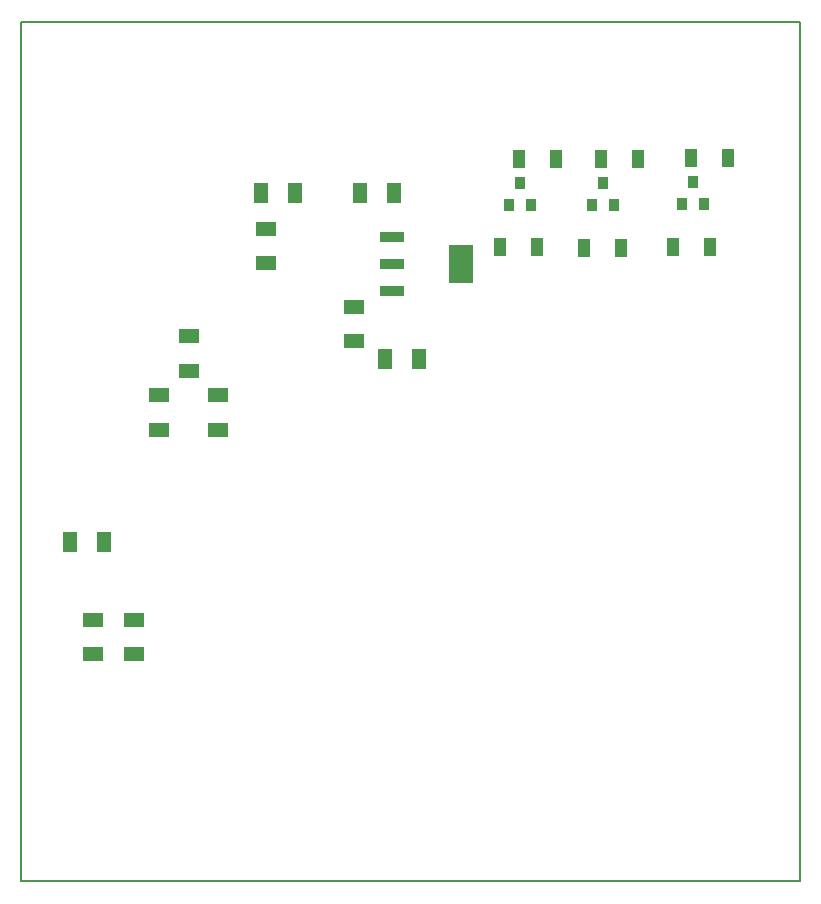
<source format=gbr>
G04 PROTEUS RS274X GERBER FILE*
%FSLAX45Y45*%
%MOMM*%
G01*
%ADD21R,1.143000X1.803400*%
%ADD22R,1.803400X1.143000*%
%ADD23R,2.159000X0.939800*%
%ADD24R,2.159000X3.251200*%
%ADD25R,0.889000X1.016000*%
%ADD26R,1.016000X1.524000*%
%ADD20C,0.203200*%
D21*
X+2363601Y+5863126D03*
X+2073601Y+5863126D03*
D22*
X+2113601Y+5563126D03*
X+2113601Y+5273126D03*
D21*
X+2913601Y+5863126D03*
X+3203601Y+5863126D03*
D23*
X+3183601Y+5033126D03*
X+3183601Y+5263126D03*
X+3183601Y+5493126D03*
D24*
X+3763601Y+5263126D03*
D22*
X+2863601Y+4613126D03*
X+2863601Y+4903126D03*
D21*
X+3413601Y+4463126D03*
X+3123601Y+4463126D03*
D25*
X+4969621Y+5953626D03*
X+5063601Y+5763126D03*
X+4875641Y+5763126D03*
D26*
X+5269621Y+6153626D03*
X+4954661Y+6153626D03*
X+5119621Y+5403626D03*
X+4804661Y+5403626D03*
D25*
X+5728561Y+5963126D03*
X+5822541Y+5772626D03*
X+5634581Y+5772626D03*
D26*
X+6028561Y+6163126D03*
X+5713601Y+6163126D03*
X+5878561Y+5413126D03*
X+5563601Y+5413126D03*
D25*
X+4269621Y+5953626D03*
X+4363601Y+5763126D03*
X+4175641Y+5763126D03*
D26*
X+4569621Y+6153626D03*
X+4254661Y+6153626D03*
X+4413601Y+5413126D03*
X+4098641Y+5413126D03*
D22*
X+1713601Y+3863126D03*
X+1713601Y+4153126D03*
X+1463601Y+4363126D03*
X+1463601Y+4653126D03*
X+1213601Y+3863126D03*
X+1213601Y+4153126D03*
D21*
X+457601Y+2913126D03*
X+747601Y+2913126D03*
D22*
X+647601Y+1963126D03*
X+647601Y+2253126D03*
X+997601Y+1963126D03*
X+997601Y+2253126D03*
D20*
X+39941Y+39466D02*
X+6637261Y+39466D01*
X+6637261Y+7313126D01*
X+39941Y+7313126D01*
X+39941Y+39466D01*
M02*

</source>
